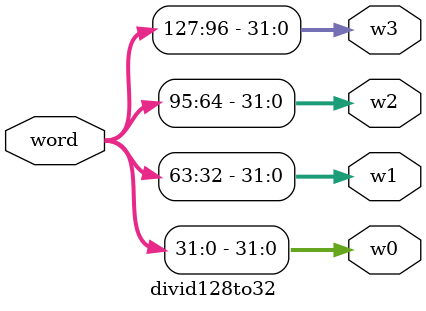
<source format=v>
module divid32to8 (word, w0, w1, w2, w3);
input [31:0] word;
output [7:0] w0, w1, w2, w3;

assign w0 = word[ 7: 0];
assign w1 = word[15: 8];
assign w2 = word[23:16];
assign w3 = word[31:24];
endmodule


module divid128to32 (word, w0, w1, w2, w3);
input [127:0] word;
output [31:0] w0, w1, w2, w3;

assign w0 = word[ 31: 0];
assign w1 = word[ 63:32];
assign w2 = word[ 95:64];
assign w3 = word[127:96];
endmodule

</source>
